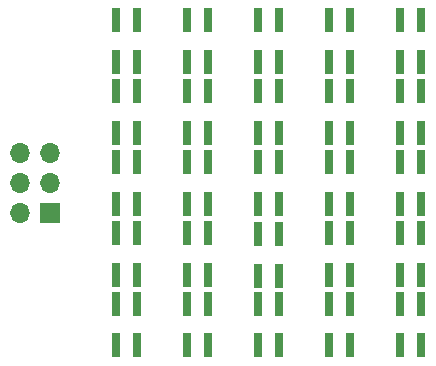
<source format=gbr>
%TF.GenerationSoftware,KiCad,Pcbnew,6.0.2-378541a8eb~116~ubuntu18.04.1*%
%TF.CreationDate,2022-03-16T16:53:27+09:00*%
%TF.ProjectId,led_a,6c65645f-612e-46b6-9963-61645f706362,rev?*%
%TF.SameCoordinates,Original*%
%TF.FileFunction,Soldermask,Top*%
%TF.FilePolarity,Negative*%
%FSLAX46Y46*%
G04 Gerber Fmt 4.6, Leading zero omitted, Abs format (unit mm)*
G04 Created by KiCad (PCBNEW 6.0.2-378541a8eb~116~ubuntu18.04.1) date 2022-03-16 16:53:27*
%MOMM*%
%LPD*%
G01*
G04 APERTURE LIST*
%ADD10R,0.800000X2.000000*%
%ADD11R,1.700000X1.700000*%
%ADD12O,1.700000X1.700000*%
G04 APERTURE END LIST*
D10*
%TO.C,LD1*%
X92110000Y-44765000D03*
X93890000Y-44765000D03*
X93890000Y-41235000D03*
X92110000Y-41235000D03*
%TD*%
%TO.C,LD3*%
X104110000Y-44765000D03*
X105890000Y-44765000D03*
X105890000Y-41235000D03*
X104110000Y-41235000D03*
%TD*%
%TO.C,LD22*%
X98110000Y-68765000D03*
X99890000Y-68765000D03*
X99890000Y-65235000D03*
X98110000Y-65235000D03*
%TD*%
%TO.C,LD8*%
X104110000Y-50765000D03*
X105890000Y-50765000D03*
X105890000Y-47235000D03*
X104110000Y-47235000D03*
%TD*%
%TO.C,LD7*%
X98110000Y-50765000D03*
X99890000Y-50765000D03*
X99890000Y-47235000D03*
X98110000Y-47235000D03*
%TD*%
%TO.C,LD12*%
X98110000Y-56765000D03*
X99890000Y-56765000D03*
X99890000Y-53235000D03*
X98110000Y-53235000D03*
%TD*%
D11*
%TO.C,J1*%
X86540000Y-57540000D03*
D12*
X84000000Y-57540000D03*
X86540000Y-55000000D03*
X84000000Y-55000000D03*
X86540000Y-52460000D03*
X84000000Y-52460000D03*
%TD*%
D10*
%TO.C,LD4*%
X110110000Y-44765000D03*
X111890000Y-44765000D03*
X111890000Y-41235000D03*
X110110000Y-41235000D03*
%TD*%
%TO.C,LD5*%
X116110000Y-44765000D03*
X117890000Y-44765000D03*
X117890000Y-41235000D03*
X116110000Y-41235000D03*
%TD*%
%TO.C,LD2*%
X98110000Y-44765000D03*
X99890000Y-44765000D03*
X99890000Y-41235000D03*
X98110000Y-41235000D03*
%TD*%
%TO.C,LD16*%
X92110000Y-62765000D03*
X93890000Y-62765000D03*
X93890000Y-59235000D03*
X92110000Y-59235000D03*
%TD*%
%TO.C,LD18*%
X104110000Y-62875000D03*
X105890000Y-62875000D03*
X105890000Y-59345000D03*
X104110000Y-59345000D03*
%TD*%
%TO.C,LD25*%
X116110000Y-68765000D03*
X117890000Y-68765000D03*
X117890000Y-65235000D03*
X116110000Y-65235000D03*
%TD*%
%TO.C,LD10*%
X116110000Y-50765000D03*
X117890000Y-50765000D03*
X117890000Y-47235000D03*
X116110000Y-47235000D03*
%TD*%
%TO.C,LD6*%
X92110000Y-50765000D03*
X93890000Y-50765000D03*
X93890000Y-47235000D03*
X92110000Y-47235000D03*
%TD*%
%TO.C,LD17*%
X98110000Y-62765000D03*
X99890000Y-62765000D03*
X99890000Y-59235000D03*
X98110000Y-59235000D03*
%TD*%
%TO.C,LD24*%
X110110000Y-68765000D03*
X111890000Y-68765000D03*
X111890000Y-65235000D03*
X110110000Y-65235000D03*
%TD*%
%TO.C,LD14*%
X110110000Y-56765000D03*
X111890000Y-56765000D03*
X111890000Y-53235000D03*
X110110000Y-53235000D03*
%TD*%
%TO.C,LD23*%
X104110000Y-68765000D03*
X105890000Y-68765000D03*
X105890000Y-65235000D03*
X104110000Y-65235000D03*
%TD*%
%TO.C,LD13*%
X104110000Y-56765000D03*
X105890000Y-56765000D03*
X105890000Y-53235000D03*
X104110000Y-53235000D03*
%TD*%
%TO.C,LD9*%
X110110000Y-50765000D03*
X111890000Y-50765000D03*
X111890000Y-47235000D03*
X110110000Y-47235000D03*
%TD*%
%TO.C,LD15*%
X116110000Y-56765000D03*
X117890000Y-56765000D03*
X117890000Y-53235000D03*
X116110000Y-53235000D03*
%TD*%
%TO.C,LD20*%
X116110000Y-62765000D03*
X117890000Y-62765000D03*
X117890000Y-59235000D03*
X116110000Y-59235000D03*
%TD*%
%TO.C,LD19*%
X110110000Y-62765000D03*
X111890000Y-62765000D03*
X111890000Y-59235000D03*
X110110000Y-59235000D03*
%TD*%
%TO.C,LD11*%
X92110000Y-56765000D03*
X93890000Y-56765000D03*
X93890000Y-53235000D03*
X92110000Y-53235000D03*
%TD*%
%TO.C,LD21*%
X92110000Y-68765000D03*
X93890000Y-68765000D03*
X93890000Y-65235000D03*
X92110000Y-65235000D03*
%TD*%
M02*

</source>
